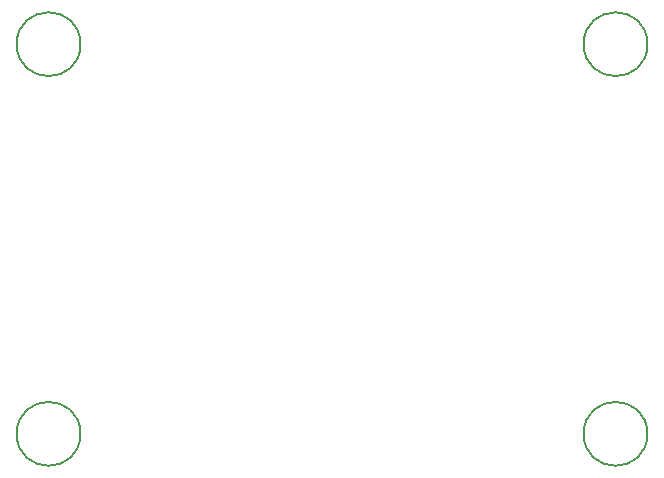
<source format=gbr>
%TF.GenerationSoftware,KiCad,Pcbnew,8.0.1*%
%TF.CreationDate,2024-12-16T00:39:24-05:00*%
%TF.ProjectId,cm,636d2e6b-6963-4616-945f-706362585858,rev?*%
%TF.SameCoordinates,Original*%
%TF.FileFunction,Other,Comment*%
%FSLAX46Y46*%
G04 Gerber Fmt 4.6, Leading zero omitted, Abs format (unit mm)*
G04 Created by KiCad (PCBNEW 8.0.1) date 2024-12-16 00:39:24*
%MOMM*%
%LPD*%
G01*
G04 APERTURE LIST*
%ADD10C,0.150000*%
G04 APERTURE END LIST*
D10*
%TO.C,H3*%
X96070128Y-95780000D02*
G75*
G02*
X90670128Y-95780000I-2700000J0D01*
G01*
X90670128Y-95780000D02*
G75*
G02*
X96070128Y-95780000I2700000J0D01*
G01*
%TO.C,H2*%
X144075036Y-62790128D02*
G75*
G02*
X138675036Y-62790128I-2700000J0D01*
G01*
X138675036Y-62790128D02*
G75*
G02*
X144075036Y-62790128I2700000J0D01*
G01*
%TO.C,H4*%
X144069872Y-95780000D02*
G75*
G02*
X138669872Y-95780000I-2700000J0D01*
G01*
X138669872Y-95780000D02*
G75*
G02*
X144069872Y-95780000I2700000J0D01*
G01*
%TO.C,H1*%
X96070000Y-62790128D02*
G75*
G02*
X90670000Y-62790128I-2700000J0D01*
G01*
X90670000Y-62790128D02*
G75*
G02*
X96070000Y-62790128I2700000J0D01*
G01*
%TD*%
M02*

</source>
